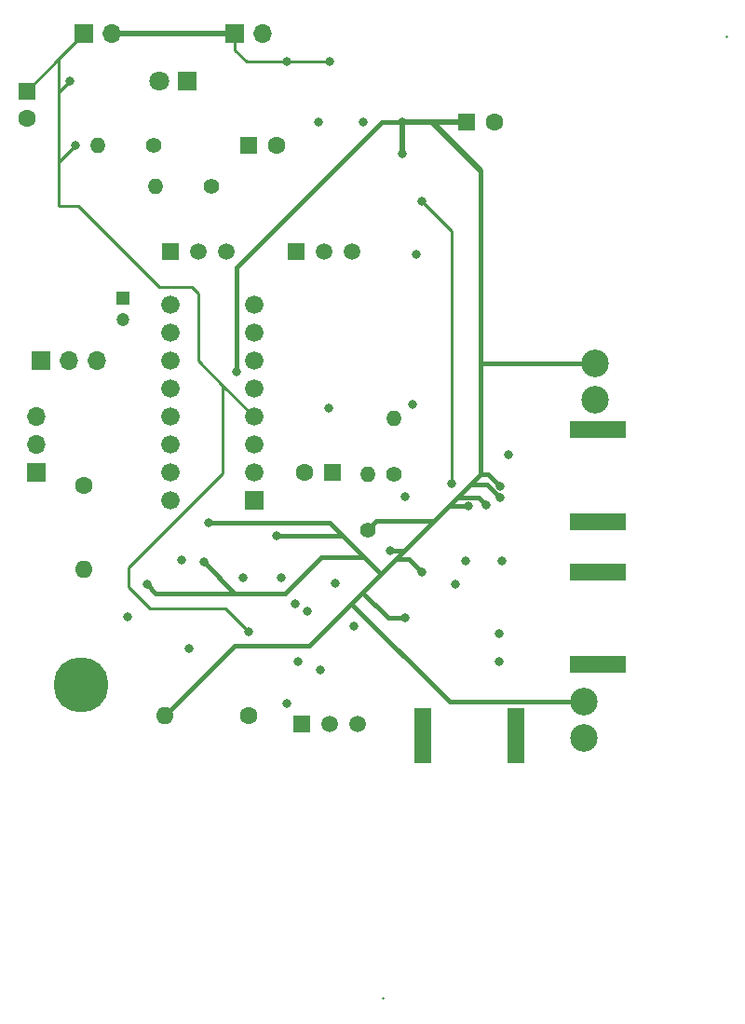
<source format=gbr>
%TF.GenerationSoftware,KiCad,Pcbnew,(5.1.8)-1*%
%TF.CreationDate,2021-04-12T08:25:30-07:00*%
%TF.ProjectId,coffee-spring21,636f6666-6565-42d7-9370-72696e673231,rev?*%
%TF.SameCoordinates,Original*%
%TF.FileFunction,Copper,L3,Inr*%
%TF.FilePolarity,Positive*%
%FSLAX46Y46*%
G04 Gerber Fmt 4.6, Leading zero omitted, Abs format (unit mm)*
G04 Created by KiCad (PCBNEW (5.1.8)-1) date 2021-04-12 08:25:30*
%MOMM*%
%LPD*%
G01*
G04 APERTURE LIST*
%TA.AperFunction,ComponentPad*%
%ADD10R,1.700000X1.700000*%
%TD*%
%TA.AperFunction,ComponentPad*%
%ADD11O,1.700000X1.700000*%
%TD*%
%TA.AperFunction,ComponentPad*%
%ADD12R,1.600000X1.600000*%
%TD*%
%TA.AperFunction,ComponentPad*%
%ADD13C,1.600000*%
%TD*%
%TA.AperFunction,ComponentPad*%
%ADD14R,1.200000X1.200000*%
%TD*%
%TA.AperFunction,ComponentPad*%
%ADD15C,1.200000*%
%TD*%
%TA.AperFunction,ComponentPad*%
%ADD16R,1.800000X1.800000*%
%TD*%
%TA.AperFunction,ComponentPad*%
%ADD17C,1.800000*%
%TD*%
%TA.AperFunction,ComponentPad*%
%ADD18C,1.676400*%
%TD*%
%TA.AperFunction,ComponentPad*%
%ADD19R,1.676400X1.676400*%
%TD*%
%TA.AperFunction,ComponentPad*%
%ADD20C,1.508000*%
%TD*%
%TA.AperFunction,ComponentPad*%
%ADD21R,1.508000X1.508000*%
%TD*%
%TA.AperFunction,ComponentPad*%
%ADD22R,2.500000X1.600000*%
%TD*%
%TA.AperFunction,ComponentPad*%
%ADD23R,1.600000X2.500000*%
%TD*%
%TA.AperFunction,ComponentPad*%
%ADD24C,1.400000*%
%TD*%
%TA.AperFunction,ComponentPad*%
%ADD25O,1.400000X1.400000*%
%TD*%
%TA.AperFunction,ComponentPad*%
%ADD26O,1.600000X1.600000*%
%TD*%
%TA.AperFunction,ViaPad*%
%ADD27C,0.800000*%
%TD*%
%TA.AperFunction,ViaPad*%
%ADD28C,5.000000*%
%TD*%
%TA.AperFunction,ViaPad*%
%ADD29C,2.500000*%
%TD*%
%TA.AperFunction,Conductor*%
%ADD30C,0.250000*%
%TD*%
%TA.AperFunction,Conductor*%
%ADD31C,0.500000*%
%TD*%
%TA.AperFunction,Conductor*%
%ADD32C,0.400000*%
%TD*%
G04 APERTURE END LIST*
D10*
%TO.N,12V_OUT*%
%TO.C,BT1*%
X128016000Y-56134000D03*
D11*
%TO.N,Net-(BT1-Pad2)*%
X130556000Y-56134000D03*
%TD*%
%TO.N,GND*%
%TO.C,BT2*%
X144272000Y-56134000D03*
D10*
%TO.N,Net-(BT1-Pad2)*%
X141732000Y-56134000D03*
%TD*%
D12*
%TO.N,Net-(C5-Pad1)*%
%TO.C,C5*%
X143002000Y-66294000D03*
D13*
%TO.N,GND*%
X145502000Y-66294000D03*
%TD*%
%TO.N,Net-(C7-Pad2)*%
%TO.C,C7*%
X148122000Y-96012000D03*
D12*
%TO.N,RAMP_SIGNAL*%
X150622000Y-96012000D03*
%TD*%
D14*
%TO.N,Net-(C13-Pad1)*%
%TO.C,C13*%
X131572000Y-80137000D03*
D15*
%TO.N,GND*%
X131572000Y-82137000D03*
%TD*%
D16*
%TO.N,GND*%
%TO.C,D1*%
X137414000Y-60452000D03*
D17*
%TO.N,Net-(D1-Pad2)*%
X134874000Y-60452000D03*
%TD*%
D12*
%TO.N,12V_OUT*%
%TO.C,C8*%
X122809000Y-61341000D03*
D13*
%TO.N,GND*%
X122809000Y-63841000D03*
%TD*%
D18*
%TO.N,Net-(G1-Pad16)*%
%TO.C,G1*%
X135890000Y-98552000D03*
%TO.N,Net-(G1-Pad15)*%
X135890000Y-96012000D03*
%TO.N,Net-(G1-Pad14)*%
X135890000Y-93472000D03*
%TO.N,Net-(G1-Pad13)*%
X135890000Y-90932000D03*
%TO.N,GND*%
X135890000Y-88392000D03*
%TO.N,Net-(G1-Pad11)*%
X135890000Y-85852000D03*
%TO.N,Net-(C13-Pad1)*%
X135890000Y-83312000D03*
%TO.N,Net-(G1-Pad9)*%
X135890000Y-80772000D03*
%TO.N,Net-(G1-Pad8)*%
X143510000Y-80772000D03*
%TO.N,Net-(G1-Pad7)*%
X143510000Y-83312000D03*
%TO.N,Net-(C9-Pad1)*%
X143510000Y-85852000D03*
%TO.N,Net-(C9-Pad2)*%
X143510000Y-88392000D03*
%TO.N,12V_OUT*%
X143510000Y-90932000D03*
%TO.N,Net-(G1-Pad3)*%
X143510000Y-93472000D03*
%TO.N,Net-(C7-Pad2)*%
X143510000Y-96012000D03*
D19*
%TO.N,GND*%
X143510000Y-98552000D03*
%TD*%
D20*
%TO.N,Net-(C5-Pad1)*%
%TO.C,RV2*%
X140930000Y-75946000D03*
X138430000Y-75946000D03*
D21*
%TO.N,Net-(G1-Pad3)*%
X135930000Y-75946000D03*
%TD*%
%TO.N,Net-(R14-Pad2)*%
%TO.C,RV3*%
X147360000Y-75946000D03*
D20*
%TO.N,GND*%
X149860000Y-75946000D03*
X152360000Y-75946000D03*
%TD*%
D13*
%TO.N,GND*%
%TO.C,C3*%
X165314000Y-64135000D03*
D12*
%TO.N,5V_OUT*%
X162814000Y-64135000D03*
%TD*%
D10*
%TO.N,GND*%
%TO.C,SW1*%
X124079000Y-85852000D03*
D11*
%TO.N,SYNC_OUT*%
X126619000Y-85852000D03*
%TO.N,Net-(G1-Pad11)*%
X129159000Y-85852000D03*
%TD*%
D22*
%TO.N,GND*%
%TO.C,U5*%
X173506000Y-92066000D03*
X176006000Y-92066000D03*
X173506000Y-100466000D03*
X176006000Y-100466000D03*
%TD*%
D23*
%TO.N,GND*%
%TO.C,U6*%
X158868000Y-121142000D03*
X158868000Y-118642000D03*
X167268000Y-121142000D03*
X167268000Y-118642000D03*
%TD*%
D22*
%TO.N,GND*%
%TO.C,U11*%
X173506000Y-105020000D03*
X176006000Y-105020000D03*
X173506000Y-113420000D03*
X176006000Y-113420000D03*
%TD*%
D24*
%TO.N,Net-(C5-Pad1)*%
%TO.C,R7*%
X134366000Y-66294000D03*
D25*
%TO.N,12V_OUT*%
X129286000Y-66294000D03*
%TD*%
%TO.N,Net-(C5-Pad1)*%
%TO.C,R9*%
X134493000Y-69977000D03*
D24*
%TO.N,GND*%
X139573000Y-69977000D03*
%TD*%
D25*
%TO.N,GND*%
%TO.C,R10*%
X156210000Y-91059000D03*
D24*
%TO.N,RAMP_SIGNAL*%
X156210000Y-96139000D03*
%TD*%
%TO.N,5V_OUT*%
%TO.C,R11*%
X153797000Y-101219000D03*
D25*
%TO.N,RAMP_SIGNAL*%
X153797000Y-96139000D03*
%TD*%
D13*
%TO.N,SIGNAL_OUT*%
%TO.C,R29*%
X128016000Y-97155000D03*
D26*
%TO.N,Net-(C16-Pad2)*%
X128016000Y-104775000D03*
%TD*%
D20*
%TO.N,Net-(R19-Pad1)*%
%TO.C,RV1*%
X152868000Y-118872000D03*
X150368000Y-118872000D03*
D21*
%TO.N,Net-(R18-Pad1)*%
X147868000Y-118872000D03*
%TD*%
D10*
%TO.N,GND*%
%TO.C,J1*%
X123698000Y-96012000D03*
D11*
%TO.N,SIGNAL_OUT*%
X123698000Y-93472000D03*
%TO.N,SYNC_OUT*%
X123698000Y-90932000D03*
%TD*%
D13*
%TO.N,Net-(R18-Pad1)*%
%TO.C,R18*%
X143002000Y-118110000D03*
D26*
%TO.N,5V_OUT*%
X135382000Y-118110000D03*
%TD*%
D27*
%TO.N,12V_OUT*%
X143002000Y-110490000D03*
X126746000Y-60452000D03*
X127254000Y-66294000D03*
%TO.N,Net-(BT1-Pad2)*%
X146431000Y-58674000D03*
X150368000Y-58674000D03*
%TO.N,GND*%
X149352000Y-64135000D03*
X157861000Y-89789000D03*
X157226000Y-98171000D03*
X166624000Y-94361000D03*
X158242000Y-76200000D03*
X153416000Y-64135000D03*
X150241000Y-90170000D03*
X161798000Y-106172000D03*
X165735000Y-110617000D03*
X165735000Y-113157000D03*
X137541000Y-112014000D03*
X162687000Y-104013000D03*
X165989000Y-104013000D03*
D28*
X127762000Y-115316000D03*
D29*
X174498000Y-89408000D03*
X173482000Y-120142000D03*
D27*
%TO.N,5V_OUT*%
X156972000Y-64135000D03*
X165862000Y-97282000D03*
X165862000Y-98298000D03*
X156972000Y-67056000D03*
X141859000Y-86868000D03*
X162941000Y-99060000D03*
X164592000Y-98933000D03*
X158750000Y-105029000D03*
X155829000Y-103124000D03*
X157226000Y-109220000D03*
X138938000Y-104140000D03*
X145542000Y-101727000D03*
X139319000Y-100584000D03*
X133731000Y-106172000D03*
D29*
X174498000Y-86106000D03*
X173482000Y-116840000D03*
D27*
%TO.N,3.6V_OUT*%
X161417000Y-97028000D03*
X158750000Y-71374000D03*
%TO.N,Net-(C17-Pad2)*%
X136906000Y-103923000D03*
%TO.N,Net-(R22-Pad2)*%
X145923000Y-105537000D03*
X147193000Y-107950000D03*
%TO.N,Net-(C15-Pad2)*%
X150876000Y-106045000D03*
X148336000Y-108585000D03*
%TO.N,Net-(R18-Pad1)*%
X146431000Y-116967000D03*
X147447000Y-113157000D03*
%TO.N,Net-(R19-Pad1)*%
X149479000Y-113919000D03*
X152527000Y-109982000D03*
%TO.N,Net-(C16-Pad1)*%
X131953000Y-109093000D03*
X142494000Y-105537000D03*
%TD*%
D30*
%TO.N,*%
X155194000Y-143764000D02*
X155194000Y-143764000D01*
X186436000Y-56388000D02*
X186436000Y-56388000D01*
%TO.N,12V_OUT*%
X128016000Y-56134000D02*
X125984000Y-58166000D01*
X125984000Y-58166000D02*
X125730000Y-58420000D01*
X125730000Y-61468000D02*
X126746000Y-60452000D01*
X125730000Y-58420000D02*
X125730000Y-61468000D01*
X125730000Y-67818000D02*
X127254000Y-66294000D01*
X125730000Y-61468000D02*
X125730000Y-67818000D01*
X125730000Y-67818000D02*
X125730000Y-71755000D01*
X127508000Y-71755000D02*
X125730000Y-71755000D01*
X137795000Y-79121000D02*
X134874000Y-79121000D01*
X134874000Y-79121000D02*
X127508000Y-71755000D01*
X125730000Y-58420000D02*
X122809000Y-61341000D01*
X138430000Y-79756000D02*
X137795000Y-79121000D01*
X138430000Y-85852000D02*
X138430000Y-79756000D01*
X140879999Y-108367999D02*
X134021999Y-108367999D01*
X143002000Y-110490000D02*
X140879999Y-108367999D01*
X140652500Y-88074500D02*
X138430000Y-85852000D01*
X140652500Y-96075500D02*
X140652500Y-88074500D01*
X143510000Y-90932000D02*
X140652500Y-88074500D01*
X140652500Y-96075500D02*
X132080000Y-104648000D01*
X132080000Y-106426000D02*
X134021999Y-108367999D01*
X132080000Y-104648000D02*
X132080000Y-106426000D01*
D31*
%TO.N,Net-(BT1-Pad2)*%
X130556000Y-56134000D02*
X141732000Y-56134000D01*
D30*
X141732000Y-57588002D02*
X142817998Y-58674000D01*
X141732000Y-56134000D02*
X141732000Y-57588002D01*
X142817998Y-58674000D02*
X146431000Y-58674000D01*
X146431000Y-58674000D02*
X150368000Y-58674000D01*
D31*
%TO.N,5V_OUT*%
X159639000Y-64135000D02*
X164084000Y-68580000D01*
X156972000Y-64135000D02*
X159639000Y-64135000D01*
D32*
X164719000Y-96139000D02*
X165862000Y-97282000D01*
X164084000Y-96139000D02*
X164719000Y-96139000D01*
X164655500Y-97091500D02*
X165862000Y-98298000D01*
X163131500Y-97091500D02*
X164655500Y-97091500D01*
X164084000Y-96139000D02*
X163131500Y-97091500D01*
X156972000Y-64135000D02*
X155067000Y-64135000D01*
X154622500Y-100393500D02*
X153797000Y-101219000D01*
X159829500Y-100393500D02*
X154622500Y-100393500D01*
X155067000Y-64135000D02*
X141859000Y-77343000D01*
X141859000Y-77343000D02*
X141859000Y-86868000D01*
X161226500Y-98996500D02*
X162877500Y-98996500D01*
D30*
X162877500Y-98996500D02*
X162941000Y-99060000D01*
D32*
X161226500Y-98996500D02*
X159829500Y-100393500D01*
X163893500Y-98234500D02*
X164592000Y-98933000D01*
X161988500Y-98234500D02*
X163893500Y-98234500D01*
X163131500Y-97091500D02*
X161988500Y-98234500D01*
X161988500Y-98234500D02*
X161226500Y-98996500D01*
X157099000Y-103124000D02*
X155829000Y-103124000D01*
X157543500Y-103822500D02*
X158750000Y-105029000D01*
X146324003Y-106970999D02*
X149571001Y-103724001D01*
X141768999Y-106970999D02*
X146324003Y-106970999D01*
X138938000Y-104140000D02*
X141768999Y-106970999D01*
X134529999Y-106970999D02*
X133731000Y-106172000D01*
X141768999Y-106970999D02*
X134529999Y-106970999D01*
D31*
X162814000Y-64135000D02*
X159639000Y-64135000D01*
X156972000Y-64135000D02*
X156972000Y-67056000D01*
D32*
X139319000Y-100584000D02*
X150368000Y-100584000D01*
X145542000Y-101727000D02*
X151511000Y-101727000D01*
X150368000Y-100584000D02*
X151638000Y-101854000D01*
X149571001Y-103724001D02*
X153508001Y-103724001D01*
X153543000Y-103759000D02*
X155003500Y-105219500D01*
X151638000Y-101854000D02*
X153543000Y-103759000D01*
X164084000Y-86106000D02*
X174498000Y-86106000D01*
X164084000Y-68580000D02*
X164084000Y-86614000D01*
X164084000Y-86614000D02*
X164084000Y-96139000D01*
D30*
X174498000Y-86614000D02*
X174498000Y-86614000D01*
D32*
X161290000Y-116840000D02*
X173482000Y-116840000D01*
X152336500Y-107886500D02*
X161290000Y-116840000D01*
X159829500Y-100393500D02*
X157099000Y-103124000D01*
X157099000Y-103124000D02*
X156400500Y-103822500D01*
X156400500Y-103822500D02*
X157543500Y-103822500D01*
X156400500Y-103822500D02*
X155003500Y-105219500D01*
X148463000Y-111760000D02*
X141732000Y-111760000D01*
X155702000Y-109220000D02*
X153352500Y-106870500D01*
X157226000Y-109220000D02*
X155702000Y-109220000D01*
X153352500Y-106870500D02*
X148463000Y-111760000D01*
X155003500Y-105219500D02*
X153352500Y-106870500D01*
X141732000Y-111760000D02*
X135382000Y-118110000D01*
D30*
%TO.N,3.6V_OUT*%
X161417000Y-74041000D02*
X161417000Y-97028000D01*
X158750000Y-71374000D02*
X161417000Y-74041000D01*
%TD*%
M02*

</source>
